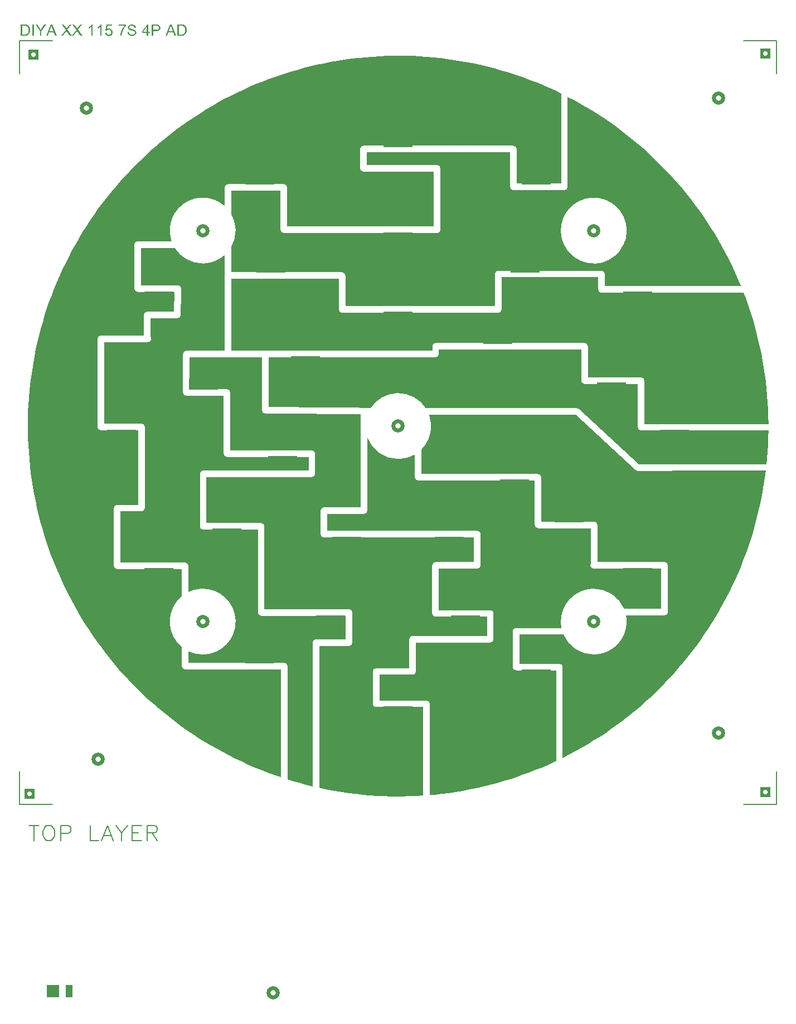
<source format=gbr>
G04 CAM350 V10.2.0 (Build 386) Date:  Sat Feb 01 15:25:49 2025 *
G04 Database: c:\users\comp1\desktop\ajinkya_\gerber data\round 115\round_pcb1.cam *
G04 Layer 35: track *
%FSLAX24Y24*%
%MOIN*%
%SFA1.000B1.000*%

%MIA0B0*%
%IPPOS*%
%AMdonut_sr2x1*
4,1,4,-0.02953,-0.02953,-0.02953,0.02953,0.02953,0.02953,0.02953,-0.02953,-0.02953,-0.02953,0.00000*
4,0,26,0.01378,0.00000,0.01338,0.00329,0.01221,0.00639,0.01033,0.00912,0.00785,0.01132,0.00492,0.01287,0.00171,0.01367,-0.00161,0.01369,-0.00483,0.01291,-0.00777,0.01138,-0.01026,0.00920,-0.01216,0.00648,-0.01336,0.00339,-0.01378,0.00000,-0.01338,-0.00329,-0.01221,-0.00639,-0.01033,-0.00912,-0.00785,-0.01132,-0.00492,-0.01287,-0.00171,-0.01367,0.00161,-0.01369,0.00483,-0.01291,0.00777,-0.01138,0.01026,-0.00920,0.01216,-0.00648,0.01336,-0.00339,0.01378,0.00000,0.00000*
%
%ADD15C,0.00790*%
%ADD70donut_sr2x1*%
%ADD29C,0.07874X0.03150*%
%ADD30C,0.05906*%
%ADD401R,0.03937X0.07677*%
%ADD402R,0.07559X0.07677*%
%ADD415R,0.17717X0.05906*%
%ADD416R,0.17717X0.07087*%
%ADD420R,0.13780X0.07874*%
%ADD421R,0.23622X0.07874*%
%LNtrack*%
%LPD*%
G36*
X-1846Y683D02*
G01Y697D01*
X-1841*
X-1846Y683*
G37*
G36*
X-21862Y23338D02*
G01Y24020D01*
X-21772*
Y23338*
X-21862*
G37*
G36*
X-17986Y23771D02*
G01Y23851D01*
X-17959Y23866*
X-17929Y23886*
X-17899Y23908*
X-17870Y23933*
X-17843Y23957*
X-17820Y23981*
X-17801Y24004*
X-17789Y24022*
X-17735*
Y23338*
X-17819*
Y23871*
X-17853Y23845*
X-17900Y23815*
X-17948Y23788*
X-17986Y23771*
G37*
G36*
X-18516D02*
G01Y23851D01*
X-18488Y23866*
X-18458Y23886*
X-18428Y23908*
X-18399Y23933*
X-18372Y23957*
X-18349Y23981*
X-18331Y24004*
X-18319Y24022*
X-18265*
Y23338*
X-18348*
Y23871*
X-18382Y23845*
X-18429Y23815*
X-18477Y23788*
X-18516Y23771*
G37*
G36*
X-16722Y23930D02*
G01Y24011D01*
X-16281*
Y23946*
X-16308Y23912*
X-16339Y23868*
X-16373Y23814*
X-16406Y23755*
X-16439Y23693*
X-16468Y23633*
X-16492Y23576*
X-16509Y23526*
X-16520Y23482*
X-16529Y23436*
X-16536Y23388*
X-16541Y23338*
X-16627*
X-16625Y23362*
X-16621Y23391*
X-16604Y23464*
X-16578Y23549*
X-16545Y23641*
X-16506Y23731*
X-16465Y23813*
X-16424Y23882*
X-16406Y23909*
X-16389Y23930*
X-16722*
G37*
G36*
X-17521Y23517D02*
G01X-17433Y23524D01*
X-17427Y23500*
X-17416Y23477*
X-17401Y23455*
X-17383Y23436*
X-17364Y23419*
X-17343Y23407*
X-17322Y23398*
X-17302Y23396*
X-17279Y23399*
X-17255Y23411*
X-17231Y23428*
X-17208Y23450*
X-17188Y23476*
X-17173Y23504*
X-17162Y23533*
X-17158Y23562*
X-17162Y23589*
X-17172Y23616*
X-17188Y23642*
X-17207Y23666*
X-17229Y23686*
X-17254Y23702*
X-17279Y23712*
X-17304Y23716*
X-17320Y23714*
X-17338Y23710*
X-17374Y23694*
X-17406Y23673*
X-17419Y23661*
X-17428Y23650*
X-17506Y23660*
X-17440Y24010*
X-17102*
Y23930*
X-17374*
X-17410Y23747*
X-17379Y23766*
X-17363Y23773*
X-17347Y23779*
X-17331Y23784*
X-17315Y23787*
X-17298Y23789*
X-17282Y23790*
X-17265Y23789*
X-17247Y23784*
X-17229Y23778*
X-17211Y23769*
X-17176Y23746*
X-17142Y23716*
X-17113Y23682*
X-17090Y23645*
X-17082Y23626*
X-17075Y23607*
X-17071Y23588*
X-17070Y23569*
X-17071Y23546*
X-17073Y23525*
X-17077Y23503*
X-17083Y23483*
X-17091Y23463*
X-17100Y23445*
X-17111Y23427*
X-17124Y23410*
X-17141Y23390*
X-17159Y23373*
X-17180Y23359*
X-17201Y23348*
X-17224Y23338*
X-17249Y23332*
X-17275Y23328*
X-17302Y23327*
X-17320Y23328*
X-17338Y23332*
X-17375Y23344*
X-17410Y23364*
X-17444Y23390*
X-17473Y23419*
X-17497Y23451*
X-17513Y23484*
X-17519Y23501*
X-17521Y23517*
G37*
G36*
X-15327Y23501D02*
G01Y23578D01*
X-15016Y24020*
X-14948*
Y23578*
X-14856*
Y23501*
X-14948*
Y23338*
X-15031*
Y23501*
X-15327*
G37*
G36*
X-14736Y23338D02*
G01Y24020D01*
X-14480*
X-14420Y24018*
X-14396Y24016*
X-14376Y24013*
X-14350Y24005*
X-14322Y23990*
X-14295Y23969*
X-14269Y23943*
X-14248Y23913*
X-14231Y23881*
X-14220Y23850*
X-14217Y23822*
X-14218Y23806*
X-14222Y23789*
X-14228Y23771*
X-14236Y23753*
X-14259Y23719*
X-14274Y23702*
X-14290Y23686*
X-14308Y23671*
X-14328Y23658*
X-14349Y23646*
X-14371Y23635*
X-14395Y23627*
X-14419Y23621*
X-14445Y23617*
X-14472Y23615*
X-14646*
Y23338*
X-14736*
G37*
G36*
X-16195Y23557D02*
G01X-16110Y23565D01*
X-16104Y23538*
X-16090Y23510*
X-16069Y23483*
X-16042Y23459*
X-16010Y23438*
X-15975Y23422*
X-15941Y23411*
X-15909Y23408*
X-15881Y23410*
X-15851Y23418*
X-15822Y23431*
X-15794Y23447*
X-15772Y23466*
X-15754Y23486*
X-15744Y23506*
X-15740Y23523*
X-15742Y23536*
X-15747Y23550*
X-15754Y23563*
X-15764Y23577*
X-15776Y23590*
X-15789Y23602*
X-15804Y23612*
X-15820Y23620*
X-15866Y23633*
X-15943Y23654*
X-16021Y23676*
X-16052Y23687*
X-16073Y23695*
X-16091Y23707*
X-16108Y23723*
X-16125Y23741*
X-16139Y23761*
X-16152Y23783*
X-16161Y23804*
X-16167Y23824*
X-16169Y23843*
X-16168Y23857*
X-16164Y23872*
X-16157Y23888*
X-16148Y23904*
X-16137Y23921*
X-16123Y23937*
X-16090Y23968*
X-16051Y23994*
X-16009Y24014*
X-15967Y24027*
X-15948Y24030*
X-15929Y24031*
X-15910Y24030*
X-15889Y24026*
X-15867Y24021*
X-15844Y24013*
X-15800Y23992*
X-15779Y23979*
X-15759Y23964*
X-15741Y23948*
X-15725Y23931*
X-15710Y23914*
X-15698Y23896*
X-15688Y23878*
X-15680Y23860*
X-15676Y23843*
X-15674Y23828*
X-15760Y23821*
X-15766Y23845*
X-15778Y23869*
X-15795Y23891*
X-15816Y23911*
X-15841Y23927*
X-15868Y23940*
X-15896Y23949*
X-15926Y23952*
X-15956Y23949*
X-15985Y23942*
X-16011Y23930*
X-16035Y23916*
X-16055Y23900*
X-16069Y23883*
X-16079Y23866*
X-16082Y23850*
X-16081Y23832*
X-16076Y23816*
X-16068Y23802*
X-16056Y23789*
X-16038Y23779*
X-16006Y23767*
X-15918Y23741*
X-15828Y23716*
X-15769Y23697*
X-15747Y23684*
X-15726Y23667*
X-15707Y23647*
X-15689Y23624*
X-15674Y23600*
X-15663Y23576*
X-15656Y23552*
X-15653Y23531*
X-15655Y23516*
X-15659Y23500*
X-15666Y23483*
X-15676Y23466*
X-15688Y23448*
X-15702Y23430*
X-15737Y23397*
X-15778Y23368*
X-15822Y23346*
X-15844Y23338*
X-15865Y23332*
X-15886Y23328*
X-15905Y23327*
X-15929Y23328*
X-15954Y23332*
X-15979Y23338*
X-16005Y23347*
X-16030Y23357*
X-16055Y23370*
X-16078Y23385*
X-16100Y23402*
X-16121Y23420*
X-16139Y23439*
X-16155Y23459*
X-16169Y23479*
X-16180Y23500*
X-16188Y23520*
X-16193Y23539*
X-16195Y23557*
G37*
G36*
X-13203Y23338D02*
G01Y24020D01*
X-12968*
X-12931Y24019*
X-12898Y24017*
X-12870Y24014*
X-12847Y24010*
X-12819Y24002*
X-12793Y23991*
X-12769Y23977*
X-12747Y23961*
X-12727Y23940*
X-12708Y23911*
X-12690Y23877*
X-12673Y23839*
X-12660Y23799*
X-12649Y23758*
X-12642Y23719*
X-12640Y23683*
X-12642Y23651*
X-12648Y23617*
X-12657Y23582*
X-12669Y23548*
X-12685Y23514*
X-12702Y23483*
X-12722Y23455*
X-12744Y23430*
X-12768Y23407*
X-12794Y23389*
X-12821Y23373*
X-12848Y23360*
X-12877Y23350*
X-12905Y23344*
X-12932Y23339*
X-12957Y23338*
X-13203*
G37*
G36*
X-22564D02*
G01Y24020D01*
X-22330*
X-22293Y24019*
X-22260Y24017*
X-22232Y24014*
X-22209Y24010*
X-22181Y24002*
X-22154Y23991*
X-22131Y23977*
X-22109Y23961*
X-22089Y23940*
X-22069Y23911*
X-22051Y23877*
X-22035Y23839*
X-22021Y23799*
X-22011Y23758*
X-22004Y23719*
X-22001Y23683*
X-22004Y23651*
X-22009Y23617*
X-22019Y23582*
X-22031Y23548*
X-22046Y23514*
X-22064Y23483*
X-22084Y23455*
X-22105Y23430*
X-22130Y23407*
X-22155Y23389*
X-22182Y23373*
X-22210Y23360*
X-22239Y23350*
X-22267Y23344*
X-22294Y23339*
X-22319Y23338*
X-22564*
G37*
G36*
X-21684Y24020D02*
G01X-21574D01*
X-21440Y23814*
X-21404Y23757*
X-21370Y23699*
X-21337Y23756*
X-21296Y23819*
X-21164Y24020*
X-21059*
X-21331Y23627*
Y23338*
X-21421*
Y23627*
X-21684Y24020*
G37*
G36*
X-19514Y23338D02*
G01X-19251Y23693D01*
X-19483Y24020*
X-19375*
X-19252Y23845*
X-19219Y23797*
X-19197Y23761*
X-19172Y23799*
X-19143Y23839*
X-19006Y24020*
X-18908*
X-19147Y23699*
X-18890Y23338*
X-19001*
X-19173Y23581*
X-19202Y23627*
X-19235Y23576*
X-19406Y23338*
X-19514*
G37*
G36*
X-20149D02*
G01X-19885Y23693D01*
X-20117Y24020*
X-20010*
X-19887Y23845*
X-19854Y23797*
X-19832Y23761*
X-19807Y23799*
X-19778Y23839*
X-19641Y24020*
X-19543*
X-19782Y23699*
X-19524Y23338*
X-19636*
X-19807Y23581*
X-19837Y23627*
X-19869Y23576*
X-20040Y23338*
X-20149*
G37*
G36*
X-13912D02*
G01X-13651Y24020D01*
X-13554*
X-13275Y23338*
X-13378*
X-13457Y23545*
X-13742*
X-13817Y23338*
X-13912*
G37*
G36*
X-21053D02*
G01X-20792Y24020D01*
X-20694*
X-20416Y23338*
X-20518*
X-20598Y23545*
X-20883*
X-20957Y23338*
X-21053*
G37*
G36*
X-7754Y1140D02*
G01Y4114D01*
X2237*
G75*
G03X2433Y4311I-1J197*
G01Y4580*
X10946*
Y2717*
G03X11143Y2520I197J0*
G01X14325*
Y-72*
G03X14522Y-269I197J0*
G01X22144*
X22135Y-689*
X22118Y-1110*
X22093Y-1530*
X22060Y-1950*
X22029Y-2273*
X14396Y-2284*
X10835Y1011*
G03X10702Y1063I-133J-145*
G01X1657*
G03X0Y1969I-1657J-1063*
G01X-125Y1965*
G03X-1640Y1089I125J-1965*
G01X-1973Y1092*
G03X-2110Y1093I-70J-184*
G01X-7754Y1140*
G37*
G36*
X-9985Y4508D02*
G01Y8804D01*
X-3554*
Y6965*
G03X-3357Y6769I197J1*
G01X5983*
G03X6180Y6965I0J197*
G01Y8901*
X11961*
Y8165*
G03X12158Y7969I197J1*
G01X20662*
X20810Y7574*
X20950Y7177*
X21083Y6778*
X21208Y6376*
X21325Y5972*
X21435Y5566*
X21537Y5157*
X21631Y4747*
X21717Y4335*
X21796Y3921*
X21866Y3506*
X21929Y3090*
X21984Y2673*
X22031Y2255*
X22069Y1836*
X22100Y1416*
X22123Y995*
X22138Y575*
X22145Y125*
X14719*
Y2717*
G03X14522Y2913I-197J-1*
G01X11339*
Y4776*
G03X11143Y4973I-197J0*
G01X2237*
G03X2040Y4776I0J-197*
G01Y4508*
X-9985*
G37*
G36*
Y9198D02*
G01Y10712D01*
G03X-9724Y11692I-1708J980*
G01X-9728Y11818*
G03X-9985Y12673I-1965J-124*
G01Y14071*
X-7033*
Y11737*
G03X-6836Y11541I197J1*
G01X2328*
G03X2524Y11737I-1J197*
G01Y15416*
G03X2328Y15613I-197J0*
G01X-1887*
Y16368*
X6692*
Y14301*
G03X6889Y14104I197J0*
G01X9935*
G03X10132Y14301I0J197*
G01Y19692*
X10505Y19496*
X10873Y19293*
X11238Y19082*
X11599Y18865*
X11955Y18642*
X12307Y18411*
X12655Y18174*
X12998Y17930*
X13336Y17680*
X13670Y17423*
X13999Y17160*
X14322Y16891*
X14641Y16616*
X14954Y16334*
X15262Y16047*
X15564Y15754*
X15860Y15456*
X16151Y15151*
X16436Y14842*
X16715Y14527*
X16989Y14206*
X17255Y13881*
X17516Y13550*
X17771Y13215*
X18018Y12875*
X18260Y12530*
X18495Y12181*
X18723Y11827*
X18944Y11469*
X19159Y11107*
X19367Y10741*
X19567Y10371*
X19761Y9997*
X19947Y9620*
X20126Y9239*
X20298Y8855*
X20463Y8467*
X20506Y8362*
X12355*
Y9098*
G03X12158Y9294I-197J-1*
G01X5983*
G03X5786Y9098I0J-197*
G01Y7162*
X-3160*
Y9001*
G03X-3357Y9198I-197J0*
G01X-9985*
G37*
G36*
X1387Y-2866D02*
G01Y-1397D01*
G03X1969Y0I-1387J1397*
G01X1965Y125*
G03X1851Y670I-1964J-126*
G01X10624*
X14186Y-2626*
G03X14319Y-2678I133J145*
G01X21985Y-2667*
X21930Y-3084*
X21867Y-3500*
X21797Y-3915*
X21718Y-4329*
X21632Y-4741*
X21538Y-5151*
X21436Y-5560*
X21327Y-5966*
X21210Y-6370*
X21085Y-6772*
X20952Y-7172*
X20812Y-7569*
X20665Y-7963*
X20509Y-8354*
X20347Y-8742*
X20177Y-9128*
X20000Y-9509*
X19816Y-9888*
X19624Y-10263*
X19426Y-10634*
X19220Y-11001*
X19007Y-11364*
X18788Y-11723*
X18562Y-12078*
X18329Y-12429*
X18089Y-12775*
X17843Y-13117*
X17591Y-13453*
X17332Y-13785*
X17067Y-14112*
X16796Y-14434*
X16518Y-14751*
X16235Y-15062*
X15946Y-15368*
X15651Y-15668*
X15350Y-15963*
X15044Y-16251*
X14732Y-16534*
X14416Y-16811*
X14093Y-17082*
X13766Y-17347*
X13434Y-17606*
X13097Y-17858*
X12755Y-18103*
X12409Y-18343*
X12058Y-18575*
X11703Y-18801*
X11343Y-19020*
X10980Y-19232*
X10612Y-19437*
X10241Y-19635*
X9835Y-19842*
Y-14409*
G03X9639Y-14212I-197J0*
G01X7239*
Y-12465*
X9882*
G03X11692Y-13661I1811J773*
G01X11818Y-13657*
G03X13661Y-11692I-126J1965*
G01X13657Y-11567*
G03X13625Y-11317I-1965J-124*
G01X15931*
G03X16128Y-11120I0J197*
G01Y-8331*
G03X15931Y-8134I-197J0*
G01X11908*
Y-5909*
G03X11711Y-5712I-197J0*
G01X8554*
Y-3063*
G03X8357Y-2866I-197J0*
G01X1387*
G37*
G36*
X-4252Y-6264D02*
G01Y-5257D01*
X-2043*
G03X-1846Y-5061I0J197*
G01Y-683*
G03X0Y-1969I1846J683*
G01X125Y-1965*
G03X993Y-1700I-125J1965*
G01Y-3063*
G03X1190Y-3259I197J1*
G01X8160*
Y-5909*
G03X8357Y-6106I197J0*
G01X11514*
Y-8247*
G03X11495Y-8331I178J-84*
G01X11499Y-8371*
G03X11692Y-8528I193J40*
G01X15734*
Y-10923*
X13504*
G03X11692Y-9724I-1812J-770*
G01X11567Y-9728*
G03X9724Y-11692I126J-1965*
G01X9728Y-11818*
G03X9761Y-12072I1964J126*
G01X7042*
G03X6845Y-12269I0J-197*
G01Y-14409*
G03X7042Y-14606I197J0*
G01X9442*
Y-20032*
X9059Y-20208*
X8674Y-20376*
X8285Y-20538*
X7893Y-20691*
X7498Y-20838*
X7101Y-20976*
X6701Y-21108*
X6299Y-21231*
X5894Y-21347*
X5487Y-21455*
X5078Y-21556*
X4668Y-21648*
X4256Y-21733*
X3842Y-21810*
X3427Y-21879*
X3010Y-21940*
X2593Y-21993*
X2174Y-22039*
X1890Y-22065*
Y-16605*
G03X1693Y-16408I-197J0*
G01X-1126*
Y-14870*
X866*
G03X1063Y-14673I0J197*
G01Y-12939*
X5506*
G03X5703Y-12742I0J197*
G01Y-11206*
G03X5506Y-11009I-197J0*
G01X2431*
Y-8524*
X4732*
G03X4929Y-8327I0J197*
G01Y-6461*
G03X4732Y-6264I-197J0*
G01X-4252*
G37*
G36*
X-17593Y146D02*
G01Y5021D01*
X-14959Y5025*
G03X-14775Y5152I0J197*
G01X-14765Y5191*
X-14762Y5222*
X-14766Y5261*
G03X-14821Y5362I-193J-40*
G01Y6446*
X-13203*
G03X-13006Y6639I0J197*
G01X-12974Y8220*
Y8224*
G03X-13171Y8421I-197J0*
G01X-15388*
Y10656*
X-13366*
G03X-11692Y9724I1674J1037*
G01X-11567Y9728*
G03X-10379Y10226I-125J1965*
G01Y4508*
X-12671*
G03X-12868Y4311I0J-197*
G01Y2006*
G03X-12671Y1809I197J0*
G01X-10437*
Y-1648*
G03X-10241Y-1845I197J0*
G01X-5359*
Y-2658*
X-11663*
G03X-11860Y-2855I0J-197*
G01Y-6000*
G03X-11663Y-6197I197J0*
G01X-8389*
Y-11148*
G03X-8193Y-11344I197J1*
G01X-3135*
Y-12749*
X-4919*
G03X-5116Y-12946I0J-197*
G01Y-21547*
X-5524Y-21446*
X-5931Y-21337*
X-6335Y-21220*
X-6622Y-21132*
Y-14348*
G03X-6819Y-14151I-197J0*
G01X-12549*
Y-13465*
G03X-11692Y-13661I856J1773*
G01X-11567Y-13657*
G03X-9724Y-11692I-126J1965*
G01X-9728Y-11567*
G03X-11692Y-9724I-1964J-126*
G01X-11818Y-9728*
G03X-12549Y-9920I125J-1965*
G01Y-8354*
G03X-12746Y-8157I-197J0*
G01X-16611*
Y-5103*
X-15351*
G03X-15154Y-4906I0J197*
G01Y-51*
G03X-15351Y146I-197J0*
G01X-17593*
G37*
G36*
X-12474Y2203D02*
G01Y4114D01*
X-8148*
Y944*
G03X-7952Y748I197J1*
G01X-2240Y700*
Y-4864*
X-4448*
G03X-4645Y-5061I0J-197*
G01Y-6461*
G03X-4448Y-6658I197J0*
G01X4535*
Y-8130*
X2235*
G03X2038Y-8327I0J-197*
G01Y-11206*
G03X2235Y-11403I197J0*
G01X5309*
Y-12545*
X866*
G03X669Y-12742I0J-197*
G01Y-14476*
X-1323*
G03X-1520Y-14673I0J-197*
G01Y-16562*
X-1525Y-16605*
X-1521Y-16644*
G03X-1328Y-16802I193J39*
G01X1496*
Y-22095*
X1076Y-22120*
X656Y-22136*
X235Y-22144*
X0Y-22146*
X-421Y-22142*
X-842Y-22130*
X-1262Y-22110*
X-1682Y-22082*
X-2101Y-22046*
X-2520Y-22002*
X-2938Y-21950*
X-3354Y-21890*
X-3770Y-21822*
X-4184Y-21747*
X-4596Y-21663*
X-4722Y-21636*
Y-13143*
X-2939*
G03X-2742Y-12946I0J197*
G01Y-11148*
G03X-2939Y-10951I-197J0*
G01X-7996*
Y-6000*
G03X-8193Y-5803I-197J0*
G01X-11467*
Y-3052*
X-5163*
G03X-4966Y-2855I0J197*
G01Y-1648*
G03X-5163Y-1451I-197J0*
G01X-10044*
Y2006*
G03X-10241Y2203I-197J0*
G01X-12474*
G37*
G36*
X-22146Y0D02*
G01X-22142Y421D01*
X-22130Y842*
X-22110Y1262*
X-22082Y1682*
X-22046Y2101*
X-22002Y2520*
X-21950Y2938*
X-21890Y3354*
X-21822Y3770*
X-21747Y4184*
X-21663Y4596*
X-21572Y5007*
X-21473Y5416*
X-21366Y5823*
X-21252Y6228*
X-21130Y6631*
X-21000Y7032*
X-20862Y7429*
X-20717Y7825*
X-20565Y8217*
X-20405Y8606*
X-20238Y8993*
X-20063Y9376*
X-19881Y9755*
X-19692Y10131*
X-19496Y10504*
X-19293Y10872*
X-19083Y11237*
X-18866Y11598*
X-18642Y11954*
X-18412Y12306*
X-18174Y12654*
X-17931Y12997*
X-17680Y13336*
X-17424Y13669*
X-17161Y13998*
X-16892Y14321*
X-16616Y14640*
X-16335Y14953*
X-16048Y15261*
X-15755Y15563*
X-15456Y15860*
X-15152Y16151*
X-14843Y16436*
X-14528Y16715*
X-14207Y16988*
X-13882Y17255*
X-13551Y17515*
X-13216Y17770*
X-12876Y18018*
X-12531Y18259*
X-12182Y18494*
X-11828Y18722*
X-11470Y18944*
X-11108Y19158*
X-10742Y19366*
X-10372Y19567*
X-9998Y19760*
X-9621Y19947*
X-9240Y20126*
X-8856Y20298*
X-8469Y20463*
X-8078Y20620*
X-7685Y20770*
X-7289Y20912*
X-6890Y21047*
X-6489Y21174*
X-6085Y21293*
X-5679Y21405*
X-5271Y21509*
X-4862Y21605*
X-4450Y21694*
X-4037Y21775*
X-3623Y21847*
X-3207Y21912*
X-2790Y21969*
X-2372Y22018*
X-1953Y22059*
X-1533Y22093*
X-1113Y22118*
X-692Y22135*
X-272Y22144*
X0Y22146*
X421Y22142*
X842Y22130*
X1262Y22110*
X1682Y22082*
X2101Y22046*
X2520Y22002*
X2938Y21950*
X3354Y21890*
X3770Y21822*
X4184Y21747*
X4596Y21663*
X5007Y21572*
X5416Y21473*
X5823Y21366*
X6228Y21252*
X6631Y21130*
X7032Y21000*
X7429Y20862*
X7825Y20717*
X8217Y20565*
X8606Y20405*
X8993Y20238*
X9376Y20063*
X9739Y19889*
Y14498*
X7086*
Y16565*
G03X6889Y16762I-197J0*
G01X-2084*
G03X-2281Y16565I0J-197*
G01Y15416*
G03X-2084Y15219I197J0*
G01X2131*
Y11934*
X-6639*
Y14268*
G03X-6836Y14465I-197J0*
G01X-10182*
G03X-10379Y14268I0J-197*
G01Y13159*
G03X-11692Y13661I-1313J-1467*
G01X-11818Y13657*
G03X-13661Y11692I126J-1964*
G01X-13657Y11567*
G03X-13553Y11050I1964J126*
G01X-15585*
G03X-15781Y10853I1J-197*
G01Y8224*
G03X-15585Y8028I197J1*
G01X-13372*
X-13396Y6839*
X-15018*
G03X-15215Y6643I0J-197*
G01Y5418*
X-17790Y5414*
G03X-17987Y5217I0J-197*
G01Y-51*
G03X-17790Y-248I197J0*
G01X-15548*
Y-4709*
X-16807*
G03X-17004Y-4906I0J-197*
G01Y-8354*
G03X-16807Y-8551I197J0*
G01X-12943*
Y-10172*
G03X-13661Y-11692I1251J-1520*
G01X-13657Y-11818*
G03X-12943Y-13213I1965J125*
G01Y-14348*
G03X-12746Y-14545I197J0*
G01X-7016*
Y-21005*
X-7414Y-20868*
X-7809Y-20723*
X-8202Y-20571*
X-8591Y-20411*
X-8978Y-20244*
X-9361Y-20070*
X-9741Y-19889*
X-10117Y-19700*
X-10489Y-19504*
X-10858Y-19301*
X-11223Y-19091*
X-11584Y-18875*
X-11940Y-18651*
X-12293Y-18421*
X-12641Y-18184*
X-12984Y-17940*
X-13322Y-17690*
X-13656Y-17434*
X-13985Y-17171*
X-14309Y-16902*
X-14628Y-16627*
X-14941Y-16346*
X-15249Y-16059*
X-15551Y-15767*
X-15848Y-15468*
X-16139Y-15164*
X-16425Y-14855*
X-16704Y-14540*
X-16977Y-14220*
X-17245Y-13895*
X-17505Y-13564*
X-17760Y-13229*
X-18008Y-12889*
X-18250Y-12545*
X-18485Y-12196*
X-18714Y-11842*
X-18935Y-11484*
X-19150Y-11122*
X-19358Y-10756*
X-19559Y-10386*
X-19753Y-10013*
X-19940Y-9636*
X-20119Y-9255*
X-20291Y-8871*
X-20456Y-8484*
X-20614Y-8093*
X-20764Y-7700*
X-20906Y-7304*
X-21042Y-6905*
X-21169Y-6504*
X-21289Y-6101*
X-21401Y-5695*
X-21505Y-5287*
X-21602Y-4878*
X-21691Y-4466*
X-21772Y-4053*
X-21845Y-3639*
X-21910Y-3223*
X-21967Y-2806*
X-22017Y-2388*
X-22058Y-1969*
X-22091Y-1549*
X-22117Y-1129*
X-22134Y-709*
X-22144Y-288*
X-22146Y0*
G37*
%LPC*%
G36*
X-15031Y23578D02*
G01Y23885D01*
X-15245Y23578*
X-15031*
G37*
G36*
X-14470Y23696D02*
G01X-14438Y23699D01*
X-14408Y23707*
X-14381Y23719*
X-14357Y23736*
X-14337Y23754*
X-14322Y23775*
X-14313Y23797*
X-14310Y23820*
X-14312Y23836*
X-14317Y23854*
X-14325Y23872*
X-14336Y23889*
X-14348Y23904*
X-14361Y23917*
X-14375Y23927*
X-14388Y23933*
X-14402Y23936*
X-14420Y23938*
X-14472Y23939*
X-14646*
Y23696*
X-14470*
G37*
G36*
X-12967Y23419D02*
G01X-12942Y23420D01*
X-12916Y23423*
X-12867Y23434*
X-12827Y23449*
X-12812Y23458*
X-12800Y23467*
X-12788Y23482*
X-12776Y23503*
X-12765Y23529*
X-12755Y23558*
X-12746Y23590*
X-12739Y23622*
X-12734Y23654*
X-12733Y23684*
X-12736Y23724*
X-12745Y23764*
X-12758Y23802*
X-12774Y23837*
X-12793Y23868*
X-12813Y23894*
X-12834Y23914*
X-12853Y23925*
X-12874Y23931*
X-12900Y23936*
X-12932Y23938*
X-12970Y23939*
X-13113*
Y23419*
X-12967*
G37*
G36*
X-22329D02*
G01X-22303Y23420D01*
X-22278Y23423*
X-22229Y23434*
X-22188Y23449*
X-22173Y23458*
X-22162Y23467*
X-22150Y23482*
X-22138Y23503*
X-22127Y23529*
X-22116Y23558*
X-22107Y23590*
X-22100Y23622*
X-22096Y23654*
X-22094Y23684*
X-22098Y23724*
X-22106Y23764*
X-22119Y23802*
X-22136Y23837*
X-22155Y23868*
X-22175Y23894*
X-22195Y23914*
X-22215Y23925*
X-22236Y23931*
X-22262Y23936*
X-22294Y23938*
X-22331Y23939*
X-22474*
Y23419*
X-22329*
G37*
G36*
X-13485Y23618D02*
G01X-13556Y23807D01*
X-13584Y23885*
X-13604Y23948*
X-13612Y23915*
X-13620Y23883*
X-13630Y23850*
X-13641Y23818*
X-13716Y23618*
X-13485*
G37*
G36*
X-20626D02*
G01X-20697Y23807D01*
X-20725Y23885*
X-20745Y23948*
X-20752Y23915*
X-20761Y23883*
X-20771Y23850*
X-20782Y23818*
X-20857Y23618*
X-20626*
G37*
G36*
X11692Y9724D02*
G01X11818Y9728D01*
X11943Y9740*
X12067Y9760*
X12189Y9787*
X12309Y9823*
X12427Y9866*
X12542Y9917*
X12653Y9974*
X12761Y10039*
X12864Y10110*
X12962Y10188*
X13056Y10272*
X13143Y10362*
X13225Y10457*
X13301Y10557*
X13370Y10662*
X13432Y10771*
X13487Y10884*
X13535Y11000*
X13575Y11119*
X13608Y11240*
X13633Y11363*
X13650Y11487*
X13659Y11612*
X13661Y11692*
X13657Y11818*
G03X11692Y13661I-1964J-126*
G01X11567Y13657*
G03X9724Y11692I126J-1964*
G01X9728Y11567*
G03X11692Y9724I1964J126*
G37*
%LPD*%
G54D70*
X-22035Y-21981D03*
X21965Y-21898D03*
Y22279D03*
X-21823Y22206D03*
G54D401*
X-19680Y-33792D03*
G54D402*
X-20649D03*
G54D15*
X-20295Y-33793D03*
G54D29*
X-7473Y-33903D03*
X0Y0D03*
G54D420*
X5243Y129D03*
G54D421*
X8881D03*
G54D420*
X5243Y1704D03*
G54D421*
X8881D03*
G54D29*
X-11692Y-11692D03*
Y11692D03*
X11692D03*
Y-11692D03*
G54D415*
X-6912Y-2102D03*
G54D416*
Y-1102D03*
G54D415*
X-5543Y3892D03*
G54D416*
Y4892D03*
G54D415*
X5Y6559D03*
G54D416*
Y7559D03*
G54D415*
X5941Y4246D03*
G54D416*
Y5246D03*
G54D415*
X6939Y-3478D03*
G54D416*
Y-2478D03*
G54D415*
X3068Y-6914D03*
G54D416*
Y-5914D03*
G54D415*
X-3080Y-6911D03*
G54D416*
Y-5911D03*
G54D415*
X-7595Y8521D03*
G54D416*
Y9521D03*
G54D415*
X-3Y11284D03*
G54D416*
Y12284D03*
G54D415*
X7589Y8521D03*
G54D416*
Y9521D03*
G54D415*
X12766Y2315D03*
G54D416*
Y3315D03*
G54D415*
X10226Y-6433D03*
G54D416*
Y-5433D03*
G54D415*
X4037Y-11626D03*
G54D416*
Y-10626D03*
G54D415*
X-4042Y-11626D03*
G54D416*
Y-10626D03*
G54D415*
X-10231Y-6433D03*
G54D416*
Y-5433D03*
G54D415*
X-11634Y1524D03*
G54D416*
Y2524D03*
G54D415*
X-14323Y7741D03*
G54D416*
Y8741D03*
G54D415*
X-8270Y13793D03*
G54D416*
Y14793D03*
G54D415*
X-3Y16008D03*
G54D416*
Y17008D03*
G54D415*
X8265Y13793D03*
G54D416*
Y14793D03*
G54D415*
X14317Y7741D03*
G54D416*
Y8741D03*
G54D415*
X16533Y-527D03*
G54D416*
Y473D03*
G54D415*
X14317Y-8795D03*
G54D416*
Y-7795D03*
G54D415*
X8265Y-14847D03*
G54D416*
Y-13847D03*
G54D415*
X-3Y-17063D03*
G54D416*
Y-16063D03*
G54D415*
X-8270Y-14847D03*
G54D416*
Y-13847D03*
G54D415*
X-14323Y-8795D03*
G54D416*
Y-7795D03*
G54D415*
X-16538Y-527D03*
G54D416*
Y473D03*
G54D29*
X-18651Y19015D03*
X19169Y19612D03*
Y-18359D03*
X-17929Y-19930D03*
G54D30*
X-12982Y15164D03*
X14300Y14756D03*
X13043Y-15794D03*
X-12354Y-16344D03*
G54D15*
X-22638Y-20669D02*
G01Y-22638D01*
X-20670*
X20669D02*
G01X22638D01*
Y-20669*
X20669Y23031D02*
G01X22638D01*
Y21063*
G01X-21790Y-23885D02*
Y-24789D01*
X-22091Y-23885D02*
X-21488D01*
X-20979D02*
X-21065Y-23928D01*
X-21151Y-24014D01*
X-21194Y-24100D01*
X-21237Y-24230D01*
Y-24445D01*
X-21194Y-24574D01*
X-21151Y-24660D01*
X-21065Y-24746D01*
X-20979Y-24789D01*
X-20807D01*
X-20721Y-24746D01*
X-20634Y-24660D01*
X-20591Y-24574D01*
X-20548Y-24445D01*
Y-24230D01*
X-20591Y-24100D01*
X-20634Y-24014D01*
X-20721Y-23928D01*
X-20807Y-23885D01*
X-20979D01*
X-20168D02*
Y-24789D01*
Y-23885D02*
X-19781D01*
X-19651Y-23928D01*
X-19608Y-23971D01*
X-19565Y-24057D01*
Y-24187D01*
X-19608Y-24273D01*
X-19651Y-24316D01*
X-19781Y-24359D01*
X-20168D01*
X-18417Y-23885D02*
Y-24789D01*
Y-24789D02*
X-17901D01*
X-17391Y-23885D02*
X-17736Y-24789D01*
X-17391Y-23885D02*
X-17047Y-24789D01*
X-17607Y-24488D02*
X-17176D01*
X-16882Y-23885D02*
X-16538Y-24316D01*
Y-24789D01*
X-16193Y-23885D02*
X-16538Y-24316D01*
X-15899Y-23885D02*
Y-24789D01*
Y-23885D02*
X-15339D01*
X-15899Y-24316D02*
X-15555D01*
X-15899Y-24789D02*
X-15339D01*
X-15002Y-23885D02*
Y-24789D01*
Y-23885D02*
X-14615D01*
X-14485Y-23928D01*
X-14442Y-23971D01*
X-14399Y-24057D01*
Y-24143D01*
X-14442Y-24230D01*
X-14485Y-24273D01*
X-14615Y-24316D01*
X-15002D01*
X-14701D02*
X-14399Y-24789D01*
X-20669Y23031D02*
G01X-22638D01*
Y21063*
M02*

</source>
